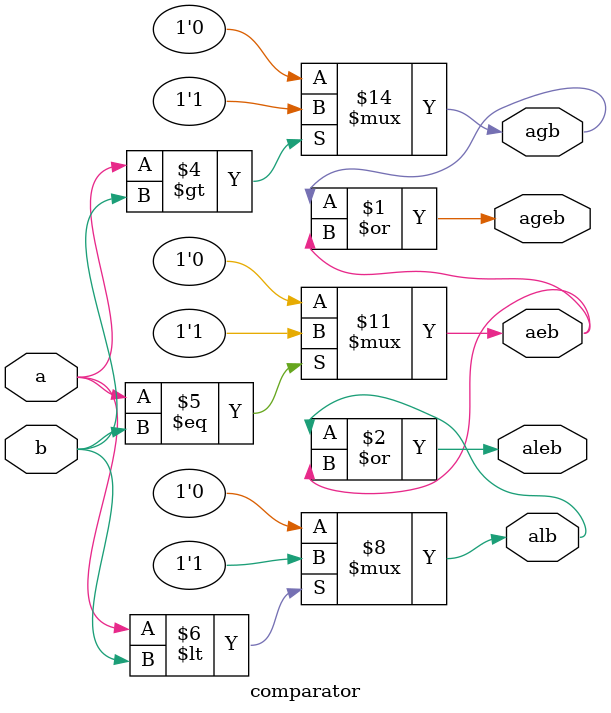
<source format=sv>
`ifndef COMPARSION_SV
`define COMPARSION_SV

module comparator #(parameter WIDTH=1) (
input wire [WIDTH-1:0] a,
input wire [WIDTH-1:0] b,
output reg agb,
output wire ageb,
output reg aeb,
output wire aleb,
output reg alb);

assign ageb = agb | aeb;
assign aleb = alb | aeb;

always @(*) begin
	if(a > b) agb <= 1'b1;
	else agb <= 1'b0;

	if(a == b) aeb <= 1'b1;
	else aeb <= 1'b0;
	
	if(a < b) alb <= 1'b1;
	else alb <= 1'b0;
end

endmodule

`endif
</source>
